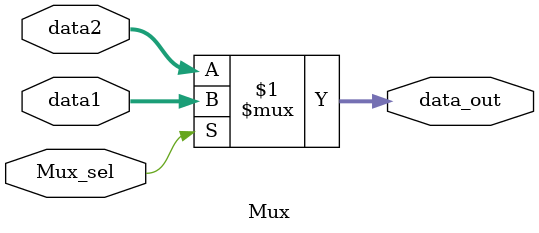
<source format=v>
module Mux(data1, data2, Mux_sel, data_out);

input  [23:0] data1;
input  [23:0] data2;
input  Mux_sel;
output [23:0] data_out;

assign data_out = (Mux_sel)? data1 : data2;

endmodule
</source>
